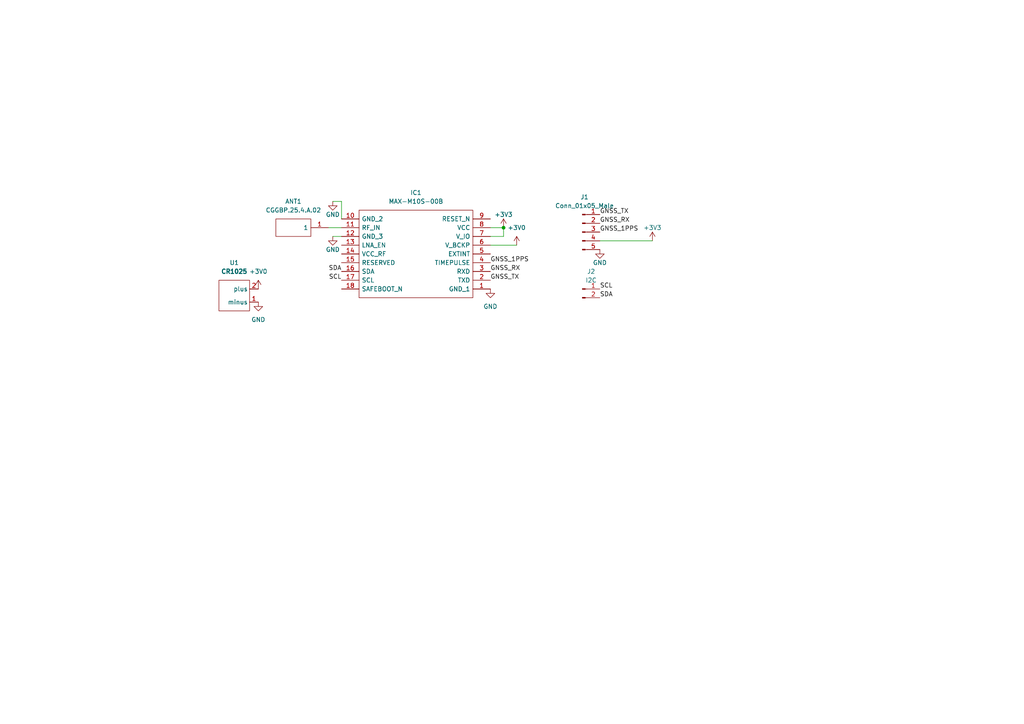
<source format=kicad_sch>
(kicad_sch (version 20211123) (generator eeschema)
  (paper "A4")
  (lib_symbols
    (symbol "Connector:Conn_01x02_Male" (pin_names (offset 1.016) hide)
      (property "Reference" "J" (at 0 2.54 0))
      (property "Value" "Conn_01x02_Male" (at 0 -5.08 0))
      (symbol "Conn_01x02_Male_1_1"
        (polyline (pts (xy 1.27 -2.54) (xy 0.8636 -2.54)) (stroke (width 0.1524)))
        (polyline (pts (xy 1.27 0) (xy 0.8636 0)) (stroke (width 0.1524)))
        (rectangle (start 0.8636 -2.413) (end 0 -2.667) (stroke (width 0.1524)) (fill (type outline)))
        (rectangle (start 0.8636 0.127) (end 0 -0.127) (stroke (width 0.1524)) (fill (type outline)))
        (pin passive line (at 5.08 0 180) (length 3.81) (name "Pin_1") (number "1"))
        (pin passive line (at 5.08 -2.54 180) (length 3.81) (name "Pin_2") (number "2"))
      )
    )
    (symbol "Connector:Conn_01x05_Male" (pin_names (offset 1.016) hide)
      (property "Reference" "J" (at 0 7.62 0))
      (property "Value" "Conn_01x05_Male" (at 0 -7.62 0))
      (symbol "Conn_01x05_Male_1_1"
        (polyline (pts (xy 1.27 -5.08) (xy 0.8636 -5.08)) (stroke (width 0.1524)))
        (polyline (pts (xy 1.27 -2.54) (xy 0.8636 -2.54)) (stroke (width 0.1524)))
        (polyline (pts (xy 1.27 0) (xy 0.8636 0)) (stroke (width 0.1524)))
        (polyline (pts (xy 1.27 2.54) (xy 0.8636 2.54)) (stroke (width 0.1524)))
        (polyline (pts (xy 1.27 5.08) (xy 0.8636 5.08)) (stroke (width 0.1524)))
        (rectangle (start 0.8636 -4.953) (end 0 -5.207) (stroke (width 0.1524)) (fill (type outline)))
        (rectangle (start 0.8636 -2.413) (end 0 -2.667) (stroke (width 0.1524)) (fill (type outline)))
        (rectangle (start 0.8636 0.127) (end 0 -0.127) (stroke (width 0.1524)) (fill (type outline)))
        (rectangle (start 0.8636 2.667) (end 0 2.413) (stroke (width 0.1524)) (fill (type outline)))
        (rectangle (start 0.8636 5.207) (end 0 4.953) (stroke (width 0.1524)) (fill (type outline)))
        (pin passive line (at 5.08 5.08 180) (length 3.81) (name "Pin_1") (number "1"))
        (pin passive line (at 5.08 2.54 180) (length 3.81) (name "Pin_2") (number "2"))
        (pin passive line (at 5.08 0 180) (length 3.81) (name "Pin_3") (number "3"))
        (pin passive line (at 5.08 -2.54 180) (length 3.81) (name "Pin_4") (number "4"))
        (pin passive line (at 5.08 -5.08 180) (length 3.81) (name "Pin_5") (number "5"))
      )
    )
    (symbol "SamacSys_Parts:CGGBP.25.4.A.02" (pin_names (offset 0.762))
      (property "Reference" "ANT" (at 16.51 7.62 0))
      (property "Value" "CGGBP.25.4.A.02" (at 16.51 5.08 0))
      (symbol "CGGBP.25.4.A.02_0_0"
        (pin passive line (at 0 0 0) (length 5.08) (name "1") (number "1"))
      )
      (symbol "CGGBP.25.4.A.02_0_1"
        (polyline (pts (xy 5.08 2.54) (xy 15.24 2.54) (xy 15.24 -2.54) (xy 5.08 -2.54) (xy 5.08 2.54)) (stroke (width 0.1524)))
      )
    )
    (symbol "SamacSys_Parts:MAX-M10S-00B" (pin_names (offset 0.762))
      (property "Reference" "IC" (at 39.37 7.62 0))
      (property "Value" "MAX-M10S-00B" (at 39.37 5.08 0))
      (symbol "MAX-M10S-00B_0_0"
        (pin passive line (at 43.18 -20.32 180) (length 5.08) (name "GND_1") (number "1"))
        (pin passive line (at 0 0 0) (length 5.08) (name "GND_2") (number "10"))
        (pin passive line (at 0 -2.54 0) (length 5.08) (name "RF_IN") (number "11"))
        (pin passive line (at 0 -5.08 0) (length 5.08) (name "GND_3") (number "12"))
        (pin passive line (at 0 -7.62 0) (length 5.08) (name "LNA_EN") (number "13"))
        (pin passive line (at 0 -10.16 0) (length 5.08) (name "VCC_RF") (number "14"))
        (pin passive line (at 0 -12.7 0) (length 5.08) (name "RESERVED") (number "15"))
        (pin passive line (at 0 -15.24 0) (length 5.08) (name "SDA") (number "16"))
        (pin passive line (at 0 -17.78 0) (length 5.08) (name "SCL") (number "17"))
        (pin passive line (at 0 -20.32 0) (length 5.08) (name "SAFEBOOT_N") (number "18"))
        (pin passive line (at 43.18 -17.78 180) (length 5.08) (name "TXD") (number "2"))
        (pin passive line (at 43.18 -15.24 180) (length 5.08) (name "RXD") (number "3"))
        (pin passive line (at 43.18 -12.7 180) (length 5.08) (name "TIMEPULSE") (number "4"))
        (pin passive line (at 43.18 -10.16 180) (length 5.08) (name "EXTINT") (number "5"))
        (pin passive line (at 43.18 -7.62 180) (length 5.08) (name "V_BCKP") (number "6"))
        (pin passive line (at 43.18 -5.08 180) (length 5.08) (name "V_IO") (number "7"))
        (pin passive line (at 43.18 -2.54 180) (length 5.08) (name "VCC") (number "8"))
        (pin passive line (at 43.18 0 180) (length 5.08) (name "RESET_N") (number "9"))
      )
      (symbol "MAX-M10S-00B_0_1"
        (polyline (pts (xy 5.08 2.54) (xy 38.1 2.54) (xy 38.1 -22.86) (xy 5.08 -22.86) (xy 5.08 2.54)) (stroke (width 0.1524)))
      )
    )
    (symbol "power:+3V0" (power) (pin_names (offset 0))
      (property "Value" "+3V0" (at 0 3.556 0))
      (symbol "+3V0_0_1"
        (polyline (pts (xy -0.762 1.27) (xy 0 2.54)))
        (polyline (pts (xy 0 0) (xy 0 2.54)))
        (polyline (pts (xy 0 2.54) (xy 0.762 1.27)))
      )
      (symbol "+3V0_1_1"
        (pin power_in line (at 0 0 90) (length 0) hide (name "+3V0") (number "1"))
      )
    )
    (symbol "power:+3V3" (power) (pin_names (offset 0))
      (property "Value" "+3V3" (at 0 3.556 0))
      (symbol "+3V3_0_1"
        (polyline (pts (xy -0.762 1.27) (xy 0 2.54)))
        (polyline (pts (xy 0 0) (xy 0 2.54)))
        (polyline (pts (xy 0 2.54) (xy 0.762 1.27)))
      )
      (symbol "+3V3_1_1"
        (pin power_in line (at 0 0 90) (length 0) hide (name "+3V3") (number "1"))
      )
    )
    (symbol "power:GND" (power) (pin_names (offset 0))
      (property "Value" "GND" (at 0 -3.81 0))
      (symbol "GND_0_1"
        (polyline (pts (xy 0 0) (xy 0 -1.27) (xy 1.27 -1.27) (xy 0 -2.54) (xy -1.27 -1.27) (xy 0 -1.27)))
      )
      (symbol "GND_1_1"
        (pin power_in line (at 0 0 270) (length 0) hide (name "GND") (number "1"))
      )
    )
    (symbol "tanekonsat:CR2032"
      (property "Reference" "U" (at 3.81 10.16 0))
      (property "Value" "CR2032" (at 6.35 -1.27 0))
      (symbol "CR2032_0_1"
        (rectangle (start 2.54 8.89) (end 11.43 0))
      )
      (symbol "CR2032_1_1"
        (pin output line (at 0 6.35 0) (length 2.54) (name "minus") (number "1"))
        (pin output line (at 0 2.54 0) (length 2.54) (name "plus") (number "2"))
      )
    )
  )
  (junction (at 146.05 66.04))
  (wire (pts (xy 146.05 68.58) (xy 146.05 66.04)))
  (wire (pts (xy 99.06 63.5) (xy 99.06 58.42)))
  (wire (pts (xy 189.23 69.85) (xy 173.99 69.85)))
  (wire (pts (xy 96.52 68.58) (xy 99.06 68.58)))
  (wire (pts (xy 146.05 66.04) (xy 142.24 66.04)))
  (wire (pts (xy 142.24 68.58) (xy 146.05 68.58)))
  (wire (pts (xy 99.06 58.42) (xy 96.52 58.42)))
  (wire (pts (xy 149.86 71.12) (xy 142.24 71.12)))
  (wire (pts (xy 95.25 66.04) (xy 99.06 66.04)))
  (label "GNSS_1PPS" (at 142.24 76.2 0))
  (label "SCL" (at 99.06 81.28 180))
  (label "GNSS_TX" (at 173.99 62.23 0))
  (label "SDA" (at 99.06 78.74 180))
  (label "GNSS_RX" (at 142.24 78.74 0))
  (label "SCL" (at 173.99 83.82 0))
  (label "GNSS_TX" (at 142.24 81.28 0))
  (label "SDA" (at 173.99 86.36 0))
  (label "GNSS_1PPS" (at 173.99 67.31 0))
  (label "GNSS_RX" (at 173.99 64.77 0))
  (symbol (lib_id "Connector:Conn_01x05_Male") (at 168.91 67.31 0) (unit 1)
    (property "Reference" "J1" (at 169.545 57.15 0))
    (property "Value" "Conn_01x05_Male" (at 169.545 59.69 0))
    (property "Footprint" "tanekonsat:PinHeader_1x05_P2.00mm_Vertical" (effects hide))
  )
  (symbol (lib_id "Connector:Conn_01x02_Male") (at 168.91 83.82 0) (unit 1)
    (property "Reference" "J2" (at 171.45 78.74 0))
    (property "Value" "I2C" (at 171.45 81.28 0))
    (property "Footprint" "tanekonsat:PinHeader_1x02_P2.00mm_Vertical" (effects hide))
  )
  (symbol (lib_id "SamacSys_Parts:MAX-M10S-00B") (at 99.06 63.5 0) (unit 1)
    (property "Reference" "IC1" (at 120.65 55.88 0))
    (property "Value" "MAX-M10S-00B" (at 120.65 58.42 0))
    (property "Footprint" "MAXM10S00B" (effects hide))
    (property "Datasheet" "https://content.u-blox.com/sites/default/files/MAX-M10S_IntegrationManual_UBX-20053088.pdf" (effects hide))
    (property "Description" "GPS Modules u-blox M10 GNSS LCC module, firmware in ROM, SAW filter, LNA" (effects hide))
    (property "Height" "2.7" (effects hide))
    (property "Manufacturer_Name" "U-Blox" (effects hide))
    (property "Manufacturer_Part_Number" "MAX-M10S-00B" (effects hide))
    (property "Mouser Part Number" "377-MAX-M10S-00B" (effects hide))
    (property "Mouser Price/Stock" "https://www.mouser.co.uk/ProductDetail/u-blox/MAX-M10S-00B?qs=A6eO%252BMLsxmT0PfQYPb7LLQ%3D%3D" (effects hide))
  )
  (symbol (lib_id "power:+3V0") (at 74.93 83.82 0) (unit 1)
    (property "Reference" "#PWR0109" (effects hide))
    (property "Value" "+3V0" (at 74.93 78.74 0))
  )
  (symbol (lib_id "tanekonsat:CR2032") (at 74.93 81.28 180) (unit 1)
    (property "Reference" "U1" (at 67.945 76.2 0))
    (property "Value" "CR1025" (at 67.945 78.74 0) (effects (font bold)))
    (property "Footprint" "tanekonsat:CR1025_Holder" (effects hide))
  )
  (symbol (lib_id "power:GND") (at 96.52 58.42 0) (unit 1)
    (property "Reference" "#PWR0106" (effects hide))
    (property "Value" "GND" (at 96.52 62.23 0))
  )
  (symbol (lib_id "power:GND") (at 142.24 83.82 0) (unit 1)
    (property "Reference" "#PWR0101" (effects hide))
    (property "Value" "GND" (at 142.24 88.9 0))
  )
  (symbol (lib_id "power:GND") (at 74.93 87.63 0) (unit 1)
    (property "Reference" "#PWR0108" (effects hide))
    (property "Value" "GND" (at 74.93 92.71 0))
  )
  (symbol (lib_id "SamacSys_Parts:CGGBP.25.4.A.02") (at 95.25 66.04 180) (unit 1)
    (property "Reference" "ANT1" (at 85.09 58.42 0))
    (property "Value" "CGGBP.25.4.A.02" (at 85.09 60.96 0))
    (property "Footprint" "CGGBP254A02" (effects hide))
    (property "Datasheet" "https://www.taoglas.com/datasheets/CGGBP.25.4.A.02.pdf" (effects hide))
    (property "Description" "Antenna Embedded 3.5dBi Gain Tray" (effects hide))
    (property "Height" "5.4" (effects hide))
    (property "Manufacturer_Name" "Taoglas Ltd" (effects hide))
    (property "Manufacturer_Part_Number" "CGGBP.25.4.A.02" (effects hide))
    (property "Arrow Part Number" "CGGBP.25.4.A.02" (effects hide))
    (property "Arrow Price/Stock" "https://www.arrow.com/en/products/cggbp.25.4.a.02/taoglas?region=nac" (effects hide))
  )
  (symbol (lib_id "power:GND") (at 173.99 72.39 0) (unit 1)
    (property "Reference" "#PWR0102" (effects hide))
    (property "Value" "GND" (at 173.99 76.2 0))
  )
  (symbol (lib_id "power:+3V0") (at 149.86 71.12 0) (unit 1)
    (property "Reference" "#PWR0103" (effects hide))
    (property "Value" "+3V0" (at 149.86 66.04 0))
  )
  (symbol (lib_id "power:+3V3") (at 189.23 69.85 0) (unit 1)
    (property "Reference" "#PWR0105" (effects hide))
    (property "Value" "+3V3" (at 189.23 66.04 0))
  )
  (symbol (lib_id "power:+3V3") (at 146.05 66.04 0) (unit 1)
    (property "Reference" "#PWR0104" (effects hide))
    (property "Value" "+3V3" (at 146.05 62.23 0))
  )
  (symbol (lib_id "power:GND") (at 96.52 68.58 0) (unit 1)
    (property "Reference" "#PWR0107" (effects hide))
    (property "Value" "GND" (at 96.52 72.39 0))
  )
)
</source>
